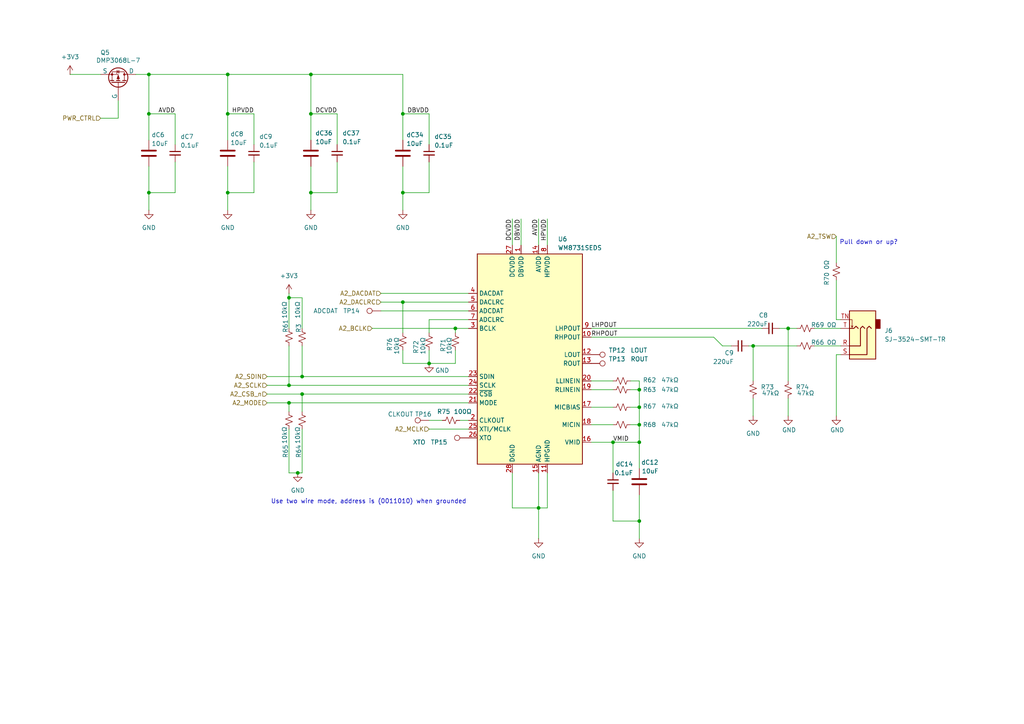
<source format=kicad_sch>
(kicad_sch (version 20250114) (generator "eeschema") (generator_version "9.0")
  (paper "A4")
  (lib_symbols
    (symbol "Audio:WM8731SEDS"
      (property "Reference" "U6" (at 8.128 41.148 0))
      (property "Value" "WM8731SEDS" (at 8.128 38.608 0))
      (symbol "WM8731SEDS_0_1"
        (rectangle (start -15.24 36.83) (end 15.24 -24.13) (stroke (width 0.254)) (fill (type background)))
      )
      (symbol "WM8731SEDS_1_1"
        (pin input line (at -17.78 25.4 0) (length 2.54) (name "DACDAT") (number "4"))
        (pin bidirectional line (at -17.78 22.86 0) (length 2.54) (name "DACLRC") (number "5"))
        (pin output line (at -17.78 20.32 0) (length 2.54) (name "ADCDAT") (number "6"))
        (pin bidirectional line (at -17.78 17.78 0) (length 2.54) (name "ADCLRC") (number "7"))
        (pin bidirectional line (at -17.78 15.24 0) (length 2.54) (name "BCLK") (number "3"))
        (pin bidirectional line (at -17.78 1.27 0) (length 2.54) (name "SDIN") (number "23"))
        (pin input line (at -17.78 -1.27 0) (length 2.54) (name "SCLK") (number "24"))
        (pin input line (at -17.78 -3.81 0) (length 2.54) (name "~{CSB}") (number "22"))
        (pin input line (at -17.78 -6.35 0) (length 2.54) (name "MODE") (number "21"))
        (pin output line (at -17.78 -11.43 0) (length 2.54) (name "CLKOUT") (number "2"))
        (pin input line (at -17.78 -13.97 0) (length 2.54) (name "XTI/MCLK") (number "25"))
        (pin output line (at -17.78 -16.51 0) (length 2.54) (name "XTO") (number "26"))
        (pin power_in line (at -5.08 39.37 270) (length 2.54) (name "DCVDD") (number "27"))
        (pin power_in line (at -5.08 -26.67 90) (length 2.54) (name "DGND") (number "28"))
        (pin power_in line (at -2.54 39.37 270) (length 2.54) (name "DBVDD") (number "1"))
        (pin power_in line (at 2.54 39.37 270) (length 2.54) (name "AVDD") (number "14"))
        (pin power_in line (at 2.54 -26.67 90) (length 2.54) (name "AGND") (number "15"))
        (pin power_in line (at 5.08 39.37 270) (length 2.54) (name "HPVDD") (number "8"))
        (pin power_in line (at 5.08 -26.67 90) (length 2.54) (name "HPGND") (number "11"))
        (pin output line (at 17.78 15.24 180) (length 2.54) (name "LHPOUT") (number "9"))
        (pin output line (at 17.78 12.7 180) (length 2.54) (name "RHPOUT") (number "10"))
        (pin output line (at 17.78 7.62 180) (length 2.54) (name "LOUT") (number "12"))
        (pin output line (at 17.78 5.08 180) (length 2.54) (name "ROUT") (number "13"))
        (pin input line (at 17.78 0 180) (length 2.54) (name "LLINEIN") (number "20"))
        (pin input line (at 17.78 -2.54 180) (length 2.54) (name "RLINEIN") (number "19"))
        (pin output line (at 17.78 -7.62 180) (length 2.54) (name "MICBIAS") (number "17"))
        (pin input line (at 17.78 -12.7 180) (length 2.54) (name "MICIN") (number "18"))
        (pin output line (at 17.78 -17.78 180) (length 2.54) (name "VMID") (number "16"))
      )
    )
    (symbol "Connector:TestPoint" (pin_numbers (hide yes)) (pin_names (offset 0.762) (hide yes))
      (property "Reference" "TP" (at 0 6.858 0))
      (property "Value" "TestPoint" (at 0 5.08 0))
      (symbol "TestPoint_0_1"
        (circle (center 0 3.302) (radius 0.762))
      )
      (symbol "TestPoint_1_1"
        (pin passive line (at 0 0 90) (length 2.54) (name "1") (number "1"))
      )
    )
    (symbol "Connector_Audio:AudioJack3_SwitchT"
      (property "Reference" "J" (at 0 8.89 0))
      (property "Value" "AudioJack3_SwitchT" (at 0 6.35 0))
      (symbol "AudioJack3_SwitchT_0_1"
        (rectangle (start -5.08 -5.08) (end -6.35 -7.62) (stroke (width 0.254)) (fill (type outline)))
        (polyline (pts (xy -1.905 -5.08) (xy -1.27 -5.715) (xy -0.635 -5.08) (xy -0.635 0) (xy 2.54 0)) (stroke (width 0.254)))
        (polyline (pts (xy 0 -5.08) (xy 0.635 -5.715) (xy 1.27 -5.08) (xy 2.54 -5.08)) (stroke (width 0.254)))
        (polyline (pts (xy 1.778 -5.334) (xy 2.032 -5.842)))
        (rectangle (start 2.54 3.81) (end -5.08 -10.16) (stroke (width 0.254)) (fill (type background)))
        (polyline (pts (xy 2.54 2.54) (xy -2.54 2.54) (xy -2.54 -5.08) (xy -3.175 -5.715) (xy -3.81 -5.08)) (stroke (width 0.254)))
        (polyline (pts (xy 2.54 -7.62) (xy 1.778 -7.62) (xy 1.778 -5.334) (xy 1.524 -5.842)))
      )
      (symbol "AudioJack3_SwitchT_1_1"
        (pin passive line (at 5.08 2.54 180) (length 2.54) (name "~") (number "S"))
        (pin passive line (at 5.08 0 180) (length 2.54) (name "~") (number "R"))
        (pin passive line (at 5.08 -5.08 180) (length 2.54) (name "~") (number "T"))
        (pin passive line (at 5.08 -7.62 180) (length 2.54) (name "~") (number "TN"))
      )
    )
    (symbol "Device:C" (pin_numbers (hide yes)) (pin_names (offset 0.254))
      (property "Reference" "C" (at 0.635 2.54 0))
      (property "Value" "C" (at 0.635 -2.54 0))
      (symbol "C_0_1"
        (polyline (pts (xy -2.032 0.762) (xy 2.032 0.762)) (stroke (width 0.508)))
        (polyline (pts (xy -2.032 -0.762) (xy 2.032 -0.762)) (stroke (width 0.508)))
      )
      (symbol "C_1_1"
        (pin passive line (at 0 3.81 270) (length 2.794) (name "~") (number "1"))
        (pin passive line (at 0 -3.81 90) (length 2.794) (name "~") (number "2"))
      )
    )
    (symbol "Device:C_Small" (pin_numbers (hide yes)) (pin_names (offset 0.254) (hide yes))
      (property "Reference" "C" (at 0.254 1.778 0))
      (property "Value" "C_Small" (at 0.254 -2.032 0))
      (symbol "C_Small_0_1"
        (polyline (pts (xy -1.524 0.508) (xy 1.524 0.508)) (stroke (width 0.3048)))
        (polyline (pts (xy -1.524 -0.508) (xy 1.524 -0.508)) (stroke (width 0.3302)))
      )
      (symbol "C_Small_1_1"
        (pin passive line (at 0 2.54 270) (length 2.032) (name "~") (number "1"))
        (pin passive line (at 0 -2.54 90) (length 2.032) (name "~") (number "2"))
      )
    )
    (symbol "Device:R_Small_US" (pin_numbers (hide yes)) (pin_names (offset 0.254) (hide yes))
      (property "Reference" "R" (at 0.762 0.508 0))
      (property "Value" "R_Small_US" (at 0.762 -1.016 0))
      (symbol "R_Small_US_1_1"
        (polyline (pts (xy 0 1.524) (xy 1.016 1.143) (xy 0 0.762) (xy -1.016 0.381) (xy 0 0)))
        (polyline (pts (xy 0 0) (xy 1.016 -0.381) (xy 0 -0.762) (xy -1.016 -1.143) (xy 0 -1.524)))
        (pin passive line (at 0 2.54 270) (length 1.016) (name "~") (number "1"))
        (pin passive line (at 0 -2.54 90) (length 1.016) (name "~") (number "2"))
      )
    )
    (symbol "Simulation_SPICE:PMOS" (pin_numbers (hide yes)) (pin_names (offset 0))
      (property "Reference" "Q" (at 5.08 1.27 0))
      (property "Value" "PMOS" (at 5.08 -1.27 0))
      (symbol "PMOS_0_1"
        (polyline (pts (xy 0.254 1.905) (xy 0.254 -1.905)) (stroke (width 0.254)))
        (polyline (pts (xy 0.254 0) (xy -2.54 0)))
        (polyline (pts (xy 0.762 2.286) (xy 0.762 1.27)) (stroke (width 0.254)))
        (polyline (pts (xy 0.762 1.778) (xy 3.302 1.778) (xy 3.302 -1.778) (xy 0.762 -1.778)))
        (polyline (pts (xy 0.762 0.508) (xy 0.762 -0.508)) (stroke (width 0.254)))
        (polyline (pts (xy 0.762 -1.27) (xy 0.762 -2.286)) (stroke (width 0.254)))
        (circle (center 1.651 0) (radius 2.794) (stroke (width 0.254)))
        (polyline (pts (xy 2.286 0) (xy 1.27 0.381) (xy 1.27 -0.381) (xy 2.286 0)) (fill (type outline)))
        (polyline (pts (xy 2.54 2.54) (xy 2.54 1.778)))
        (circle (center 2.54 1.778) (radius 0.254) (fill (type outline)))
        (circle (center 2.54 -1.778) (radius 0.254) (fill (type outline)))
        (polyline (pts (xy 2.54 -2.54) (xy 2.54 0) (xy 0.762 0)))
        (polyline (pts (xy 2.794 -0.508) (xy 2.921 -0.381) (xy 3.683 -0.381) (xy 3.81 -0.254)))
        (polyline (pts (xy 3.302 -0.381) (xy 2.921 0.254) (xy 3.683 0.254) (xy 3.302 -0.381)))
      )
      (symbol "PMOS_1_1"
        (pin input line (at -5.08 0 0) (length 2.54) (name "G") (number "2"))
        (pin passive line (at 2.54 5.08 270) (length 2.54) (name "D") (number "1"))
        (pin passive line (at 2.54 -5.08 90) (length 2.54) (name "S") (number "3"))
      )
    )
    (symbol "power:+3V3" (power) (pin_numbers (hide yes)) (pin_names (offset 0) (hide yes))
      (property "Value" "+3V3" (at 0 3.556 0))
      (symbol "+3V3_0_1"
        (polyline (pts (xy -0.762 1.27) (xy 0 2.54)))
        (polyline (pts (xy 0 2.54) (xy 0.762 1.27)))
        (polyline (pts (xy 0 0) (xy 0 2.54)))
      )
      (symbol "+3V3_1_1"
        (pin power_in line (at 0 0 90) (length 0) (name "~") (number "1"))
      )
    )
    (symbol "power:GND" (power) (pin_numbers (hide yes)) (pin_names (offset 0) (hide yes))
      (property "Value" "GND" (at 0 -3.81 0))
      (symbol "GND_0_1"
        (polyline (pts (xy 0 0) (xy 0 -1.27) (xy 1.27 -1.27) (xy 0 -2.54) (xy -1.27 -1.27) (xy 0 -1.27)))
      )
      (symbol "GND_1_1"
        (pin power_in line (at 0 0 270) (length 0) (name "~") (number "1"))
      )
    )
  )
  (text "Use two wire mode, address is (0011010) when grounded" (at 106.934 145.542 0) (effects (font (size 1.27 1.27))))
  (text "Pull down or up?" (at 251.968 70.358 0) (effects (font (size 1.27 1.27))))
  (junction (at 185.42 113.03))
  (junction (at 66.04 21.59))
  (junction (at 218.44 100.33))
  (junction (at 90.17 33.02))
  (junction (at 177.8 128.27))
  (junction (at 43.18 33.02))
  (junction (at 43.18 21.59))
  (junction (at 86.36 137.16))
  (junction (at 228.6 95.25))
  (junction (at 185.42 118.11))
  (junction (at 132.08 95.25))
  (junction (at 185.42 151.13))
  (junction (at 87.63 114.3))
  (junction (at 185.42 123.19))
  (junction (at 83.82 86.36))
  (junction (at 90.17 55.88))
  (junction (at 83.82 116.84))
  (junction (at 83.82 111.76))
  (junction (at 156.21 147.32))
  (junction (at 90.17 21.59))
  (junction (at 87.63 109.22))
  (junction (at 43.18 55.88))
  (junction (at 185.42 128.27))
  (junction (at 66.04 33.02))
  (junction (at 124.46 105.41))
  (junction (at 116.84 55.88))
  (junction (at 116.84 33.02))
  (junction (at 116.84 87.63))
  (junction (at 66.04 55.88))
  (wire (pts (xy 177.8 110.49) (xy 171.45 110.49)))
  (wire (pts (xy 177.8 113.03) (xy 171.45 113.03)))
  (wire (pts (xy 90.17 60.96) (xy 90.17 55.88)))
  (wire (pts (xy 171.45 95.25) (xy 220.98 95.25)))
  (wire (pts (xy 83.82 85.09) (xy 83.82 86.36)))
  (wire (pts (xy 151.13 71.12) (xy 151.13 63.5)))
  (wire (pts (xy 90.17 33.02) (xy 90.17 40.64)))
  (wire (pts (xy 132.08 95.25) (xy 132.08 96.52)))
  (wire (pts (xy 116.84 33.02) (xy 116.84 40.64)))
  (wire (pts (xy 97.79 46.99) (xy 97.79 55.88)))
  (wire (pts (xy 133.35 121.92) (xy 135.89 121.92)))
  (wire (pts (xy 124.46 92.71) (xy 124.46 96.52)))
  (wire (pts (xy 116.84 55.88) (xy 116.84 48.26)))
  (wire (pts (xy 132.08 95.25) (xy 135.89 95.25)))
  (wire (pts (xy 87.63 86.36) (xy 87.63 95.25)))
  (wire (pts (xy 87.63 114.3) (xy 87.63 119.38)))
  (wire (pts (xy 228.6 95.25) (xy 226.06 95.25)))
  (wire (pts (xy 156.21 71.12) (xy 156.21 63.5)))
  (wire (pts (xy 156.21 147.32) (xy 158.75 147.32)))
  (wire (pts (xy 83.82 100.33) (xy 83.82 111.76)))
  (wire (pts (xy 66.04 21.59) (xy 90.17 21.59)))
  (wire (pts (xy 83.82 111.76) (xy 135.89 111.76)))
  (wire (pts (xy 110.49 85.09) (xy 135.89 85.09)))
  (wire (pts (xy 218.44 100.33) (xy 231.14 100.33)))
  (wire (pts (xy 242.57 120.65) (xy 242.57 102.87)))
  (wire (pts (xy 116.84 87.63) (xy 116.84 96.52)))
  (wire (pts (xy 185.42 128.27) (xy 185.42 135.89)))
  (wire (pts (xy 182.88 110.49) (xy 185.42 110.49)))
  (wire (pts (xy 77.47 114.3) (xy 87.63 114.3)))
  (wire (pts (xy 177.8 118.11) (xy 171.45 118.11)))
  (wire (pts (xy 116.84 105.41) (xy 124.46 105.41)))
  (wire (pts (xy 43.18 33.02) (xy 50.8 33.02)))
  (wire (pts (xy 228.6 95.25) (xy 231.14 95.25)))
  (wire (pts (xy 185.42 156.21) (xy 185.42 151.13)))
  (wire (pts (xy 185.42 128.27) (xy 177.8 128.27)))
  (wire (pts (xy 177.8 128.27) (xy 177.8 137.16)))
  (wire (pts (xy 90.17 33.02) (xy 97.79 33.02)))
  (wire (pts (xy 83.82 86.36) (xy 87.63 86.36)))
  (wire (pts (xy 209.55 100.33) (xy 207.01 97.79)))
  (wire (pts (xy 185.42 151.13) (xy 185.42 143.51)))
  (wire (pts (xy 66.04 55.88) (xy 73.66 55.88)))
  (wire (pts (xy 132.08 101.6) (xy 132.08 105.41)))
  (wire (pts (xy 116.84 101.6) (xy 116.84 105.41)))
  (wire (pts (xy 182.88 118.11) (xy 185.42 118.11)))
  (wire (pts (xy 73.66 33.02) (xy 73.66 41.91)))
  (wire (pts (xy 185.42 151.13) (xy 177.8 151.13)))
  (wire (pts (xy 242.57 92.71) (xy 243.84 92.71)))
  (wire (pts (xy 218.44 120.65) (xy 218.44 115.57)))
  (wire (pts (xy 43.18 21.59) (xy 66.04 21.59)))
  (wire (pts (xy 185.42 110.49) (xy 185.42 113.03)))
  (wire (pts (xy 182.88 113.03) (xy 185.42 113.03)))
  (wire (pts (xy 77.47 109.22) (xy 87.63 109.22)))
  (wire (pts (xy 124.46 101.6) (xy 124.46 105.41)))
  (wire (pts (xy 116.84 21.59) (xy 116.84 33.02)))
  (wire (pts (xy 90.17 21.59) (xy 116.84 21.59)))
  (wire (pts (xy 156.21 156.21) (xy 156.21 147.32)))
  (wire (pts (xy 228.6 95.25) (xy 228.6 110.49)))
  (wire (pts (xy 107.95 95.25) (xy 132.08 95.25)))
  (wire (pts (xy 77.47 111.76) (xy 83.82 111.76)))
  (wire (pts (xy 43.18 60.96) (xy 43.18 55.88)))
  (wire (pts (xy 124.46 46.99) (xy 124.46 55.88)))
  (wire (pts (xy 124.46 121.92) (xy 128.27 121.92)))
  (wire (pts (xy 43.18 55.88) (xy 50.8 55.88)))
  (wire (pts (xy 73.66 46.99) (xy 73.66 55.88)))
  (wire (pts (xy 66.04 60.96) (xy 66.04 55.88)))
  (wire (pts (xy 171.45 97.79) (xy 207.01 97.79)))
  (wire (pts (xy 39.37 21.59) (xy 43.18 21.59)))
  (wire (pts (xy 124.46 92.71) (xy 135.89 92.71)))
  (wire (pts (xy 124.46 33.02) (xy 124.46 41.91)))
  (wire (pts (xy 148.59 71.12) (xy 148.59 63.5)))
  (wire (pts (xy 156.21 137.16) (xy 156.21 147.32)))
  (wire (pts (xy 66.04 21.59) (xy 66.04 33.02)))
  (wire (pts (xy 209.55 100.33) (xy 212.09 100.33)))
  (wire (pts (xy 90.17 21.59) (xy 90.17 33.02)))
  (wire (pts (xy 66.04 33.02) (xy 73.66 33.02)))
  (wire (pts (xy 83.82 137.16) (xy 86.36 137.16)))
  (wire (pts (xy 218.44 100.33) (xy 218.44 110.49)))
  (wire (pts (xy 66.04 33.02) (xy 66.04 40.64)))
  (wire (pts (xy 34.29 29.21) (xy 34.29 34.29)))
  (wire (pts (xy 124.46 124.46) (xy 135.89 124.46)))
  (wire (pts (xy 236.22 100.33) (xy 243.84 100.33)))
  (wire (pts (xy 90.17 55.88) (xy 90.17 48.26)))
  (wire (pts (xy 83.82 124.46) (xy 83.82 137.16)))
  (wire (pts (xy 20.32 21.59) (xy 29.21 21.59)))
  (wire (pts (xy 148.59 147.32) (xy 156.21 147.32)))
  (wire (pts (xy 158.75 137.16) (xy 158.75 147.32)))
  (wire (pts (xy 182.88 123.19) (xy 185.42 123.19)))
  (wire (pts (xy 110.49 87.63) (xy 116.84 87.63)))
  (wire (pts (xy 217.17 100.33) (xy 218.44 100.33)))
  (wire (pts (xy 66.04 55.88) (xy 66.04 48.26)))
  (wire (pts (xy 185.42 118.11) (xy 185.42 123.19)))
  (wire (pts (xy 86.36 137.16) (xy 87.63 137.16)))
  (wire (pts (xy 87.63 124.46) (xy 87.63 137.16)))
  (wire (pts (xy 116.84 55.88) (xy 124.46 55.88)))
  (wire (pts (xy 242.57 102.87) (xy 243.84 102.87)))
  (wire (pts (xy 110.49 90.17) (xy 135.89 90.17)))
  (wire (pts (xy 97.79 33.02) (xy 97.79 41.91)))
  (wire (pts (xy 43.18 33.02) (xy 43.18 40.64)))
  (wire (pts (xy 43.18 55.88) (xy 43.18 48.26)))
  (wire (pts (xy 87.63 109.22) (xy 135.89 109.22)))
  (wire (pts (xy 87.63 100.33) (xy 87.63 109.22)))
  (wire (pts (xy 50.8 46.99) (xy 50.8 55.88)))
  (wire (pts (xy 87.63 114.3) (xy 135.89 114.3)))
  (wire (pts (xy 228.6 120.65) (xy 228.6 115.57)))
  (wire (pts (xy 158.75 71.12) (xy 158.75 63.5)))
  (wire (pts (xy 177.8 123.19) (xy 171.45 123.19)))
  (wire (pts (xy 43.18 21.59) (xy 43.18 33.02)))
  (wire (pts (xy 116.84 60.96) (xy 116.84 55.88)))
  (wire (pts (xy 83.82 116.84) (xy 135.89 116.84)))
  (wire (pts (xy 83.82 86.36) (xy 83.82 95.25)))
  (wire (pts (xy 177.8 142.24) (xy 177.8 151.13)))
  (wire (pts (xy 50.8 33.02) (xy 50.8 41.91)))
  (wire (pts (xy 29.21 34.29) (xy 34.29 34.29)))
  (wire (pts (xy 242.57 81.28) (xy 242.57 92.71)))
  (wire (pts (xy 242.57 68.58) (xy 242.57 76.2)))
  (wire (pts (xy 77.47 116.84) (xy 83.82 116.84)))
  (wire (pts (xy 236.22 95.25) (xy 243.84 95.25)))
  (wire (pts (xy 185.42 123.19) (xy 185.42 128.27)))
  (wire (pts (xy 185.42 113.03) (xy 185.42 118.11)))
  (wire (pts (xy 124.46 105.41) (xy 132.08 105.41)))
  (wire (pts (xy 148.59 137.16) (xy 148.59 147.32)))
  (wire (pts (xy 116.84 87.63) (xy 135.89 87.63)))
  (wire (pts (xy 171.45 128.27) (xy 177.8 128.27)))
  (wire (pts (xy 116.84 33.02) (xy 124.46 33.02)))
  (wire (pts (xy 83.82 116.84) (xy 83.82 119.38)))
  (wire (pts (xy 90.17 55.88) (xy 97.79 55.88)))
  (label "DBVDD" (at 124.46 33.02 180))
  (label "DCVDD" (at 97.79 33.02 180))
  (label "DBVDD" (at 151.13 63.5 270))
  (label "AVDD" (at 50.8 33.02 180))
  (label "VMID" (at 177.8 128.27 0))
  (label "DCVDD" (at 148.59 63.5 270))
  (label "HPVDD" (at 73.66 33.02 180))
  (label "LHPOUT" (at 171.45 95.25 0))
  (label "RHPOUT" (at 171.45 97.79 0))
  (label "HPVDD" (at 158.75 63.5 270))
  (label "AVDD" (at 156.21 63.5 270))
  (hierarchical_label "A2_SDIN" (shape input) (at 77.47 109.22 180))
  (hierarchical_label "A2_MCLK" (shape input) (at 124.46 124.46 180))
  (hierarchical_label "A2_DACLRC" (shape input) (at 110.49 87.63 180))
  (hierarchical_label "A2_BCLK" (shape input) (at 107.95 95.25 180))
  (hierarchical_label "A2_DACDAT" (shape input) (at 110.49 85.09 180))
  (hierarchical_label "A2_MODE" (shape input) (at 77.47 116.84 180))
  (hierarchical_label "A2_CSB_n" (shape input) (at 77.47 114.3 180))
  (hierarchical_label "A2_TSW" (shape input) (at 242.57 68.58 180))
  (hierarchical_label "A2_SCLK" (shape input) (at 77.47 111.76 180))
  (hierarchical_label "PWR_CTRL" (shape input) (at 29.21 34.29 180))
  (symbol (lib_id "Device:R_Small_US") (at 233.68 100.33 90) (unit 1)
    (property "Reference" "R66" (at 235.204 99.314 90) (effects (justify right)))
    (property "Value" "0Ω" (at 239.776 99.314 90) (effects (justify right)))
    (property "Footprint" "Resistor_SMD:R_0805_2012Metric" (effects (hide yes)))
    (property "Description" "Resistor, small US symbol" (effects (hide yes)))
  )
  (symbol (lib_id "power:GND") (at 156.21 156.21 0) (unit 1)
    (property "Reference" "#PWR087" (effects (hide yes)))
    (property "Value" "GND" (at 156.21 161.29 0))
    (property "Description" "Power symbol creates a global label with name \"GND\" , ground" (effects (hide yes)))
  )
  (symbol (lib_id "Device:R_Small_US") (at 180.34 113.03 270) (unit 1)
    (property "Reference" "R63" (at 186.436 113.03 90) (effects (justify left)))
    (property "Value" "47kΩ" (at 191.77 113.03 90) (effects (justify left)))
    (property "Footprint" "Resistor_SMD:R_0805_2012Metric" (effects (hide yes)))
    (property "Description" "Resistor, small US symbol" (effects (hide yes)))
  )
  (symbol (lib_id "Connector_Audio:AudioJack3_SwitchT") (at 248.92 100.33 180) (unit 1)
    (property "Reference" "J6" (at 256.54 95.8849 0) (effects (justify right)))
    (property "Value" "SJ-3524-SMT-TR" (at 256.54 98.4249 0) (effects (justify right)))
    (property "Footprint" "Footprints:CUI_SJ-3524-SMT" (effects (hide yes)))
    (property "Datasheet" "https://www.sameskydevices.com/product/resource/sj-352x-smt.pdf" (effects (hide yes)))
    (property "Description" "Audio Jack, 3 Poles (Stereo / TRS), Switched T Pole (Normalling)" (effects (hide yes)))
  )
  (symbol (lib_id "Device:C_Small") (at 50.8 44.45 0) (unit 1)
    (property "Reference" "dC7" (at 52.324 39.624 0) (effects (justify left)))
    (property "Value" "0.1uF" (at 52.324 42.164 0) (effects (justify left)))
    (property "Footprint" "Capacitor_SMD:C_0603_1608Metric_Pad1.08x0.95mm_HandSolder" (effects (hide yes)))
    (property "Description" "Unpolarized capacitor, small symbol" (effects (hide yes)))
  )
  (symbol (lib_id "Device:C") (at 66.04 44.45 0) (unit 1)
    (property "Reference" "dC8" (at 66.802 38.862 0) (effects (justify left)))
    (property "Value" "10uF" (at 66.802 41.402 0) (effects (justify left)))
    (property "Footprint" "Capacitor_SMD:C_0603_1608Metric_Pad1.08x0.95mm_HandSolder" (effects (hide yes)))
    (property "Description" "Unpolarized capacitor" (effects (hide yes)))
  )
  (symbol (lib_id "Connector:TestPoint") (at 171.45 105.41 270) (unit 1)
    (property "Reference" "TP13" (at 176.53 104.1399 90) (effects (justify left)))
    (property "Value" "ROUT" (at 182.88 104.14 90) (effects (justify left)))
    (property "Description" "test point" (effects (hide yes)))
  )
  (symbol (lib_id "Device:R_Small_US") (at 130.81 121.92 270) (unit 1)
    (property "Reference" "R75" (at 126.746 119.38 90) (effects (justify left)))
    (property "Value" "100Ω" (at 131.572 119.38 90) (effects (justify left)))
    (property "Footprint" "Resistor_SMD:R_0805_2012Metric" (effects (hide yes)))
    (property "Description" "Resistor, small US symbol" (effects (hide yes)))
  )
  (symbol (lib_id "Device:C_Small") (at 177.8 139.7 0) (mirror y) (unit 1)
    (property "Reference" "dC14" (at 183.642 134.62 0) (effects (justify left)))
    (property "Value" "0.1uF" (at 183.642 137.16 0) (effects (justify left)))
    (property "Footprint" "Capacitor_SMD:C_0603_1608Metric_Pad1.08x0.95mm_HandSolder" (effects (hide yes)))
    (property "Description" "Unpolarized capacitor, small symbol" (effects (hide yes)))
  )
  (symbol (lib_id "power:+3V3") (at 83.82 85.09 0) (unit 1)
    (property "Reference" "#PWR088" (effects (hide yes)))
    (property "Value" "+3V3" (at 83.82 80.01 0))
    (property "Description" "Power symbol creates a global label with name \"+3V3\"" (effects (hide yes)))
  )
  (symbol (lib_id "Device:R_Small_US") (at 83.82 121.92 0) (unit 1)
    (property "Reference" "R65" (at 82.804 132.842 90) (effects (justify left)))
    (property "Value" "10kΩ" (at 82.55 128.778 90) (effects (justify left)))
    (property "Footprint" "Resistor_SMD:R_0805_2012Metric" (effects (hide yes)))
    (property "Description" "Resistor, small US symbol" (effects (hide yes)))
  )
  (symbol (lib_id "Connector:TestPoint") (at 135.89 127 90) (unit 1)
    (property "Reference" "TP15" (at 129.794 128.27 90) (effects (justify left)))
    (property "Value" "XTO" (at 123.444 128.2699 90) (effects (justify left)))
    (property "Description" "test point" (effects (hide yes)))
  )
  (symbol (lib_id "Device:R_Small_US") (at 242.57 78.74 180) (unit 1)
    (property "Reference" "R70" (at 239.776 82.804 90) (effects (justify right)))
    (property "Value" "0Ω" (at 239.776 78.232 90) (effects (justify right)))
    (property "Footprint" "Resistor_SMD:R_0805_2012Metric" (effects (hide yes)))
    (property "Description" "Resistor, small US symbol" (effects (hide yes)))
  )
  (symbol (lib_id "Device:R_Small_US") (at 116.84 99.06 0) (unit 1)
    (property "Reference" "R76" (at 113.03 101.854 90) (effects (justify left)))
    (property "Value" "10kΩ" (at 115.062 102.87 90) (effects (justify left)))
    (property "Footprint" "Resistor_SMD:R_0805_2012Metric" (effects (hide yes)))
    (property "Description" "Resistor, small US symbol" (effects (hide yes)))
  )
  (symbol (lib_id "Device:C_Small") (at 223.52 95.25 90) (mirror x) (unit 1)
    (property "Reference" "C8" (at 222.758 91.44 90) (effects (justify left)))
    (property "Value" "220uF" (at 222.758 93.98 90) (effects (justify left)))
    (property "Footprint" "Capacitor_SMD:C_0603_1608Metric_Pad1.08x0.95mm_HandSolder" (effects (hide yes)))
    (property "Description" "Unpolarized capacitor, small symbol" (effects (hide yes)))
  )
  (symbol (lib_id "power:GND") (at 124.46 105.41 0) (unit 1)
    (property "Reference" "#PWR094" (effects (hide yes)))
    (property "Value" "GND" (at 128.27 107.442 0))
    (property "Description" "Power symbol creates a global label with name \"GND\" , ground" (effects (hide yes)))
  )
  (symbol (lib_id "Device:R_Small_US") (at 180.34 123.19 270) (unit 1)
    (property "Reference" "R68" (at 186.436 123.19 90) (effects (justify left)))
    (property "Value" "47kΩ" (at 191.77 123.19 90) (effects (justify left)))
    (property "Footprint" "Resistor_SMD:R_0805_2012Metric" (effects (hide yes)))
    (property "Description" "Resistor, small US symbol" (effects (hide yes)))
  )
  (symbol (lib_id "power:GND") (at 185.42 156.21 0) (mirror y) (unit 1)
    (property "Reference" "#PWR0102" (effects (hide yes)))
    (property "Value" "GND" (at 185.42 161.29 0))
    (property "Description" "Power symbol creates a global label with name \"GND\" , ground" (effects (hide yes)))
  )
  (symbol (lib_id "Device:R_Small_US") (at 233.68 95.25 90) (unit 1)
    (property "Reference" "R69" (at 235.204 94.234 90) (effects (justify right)))
    (property "Value" "0Ω" (at 239.776 94.234 90) (effects (justify right)))
    (property "Footprint" "Resistor_SMD:R_0805_2012Metric" (effects (hide yes)))
    (property "Description" "Resistor, small US symbol" (effects (hide yes)))
  )
  (symbol (lib_id "Connector:TestPoint") (at 171.45 102.87 270) (unit 1)
    (property "Reference" "TP12" (at 176.53 101.5999 90) (effects (justify left)))
    (property "Value" "LOUT" (at 182.88 101.6 90) (effects (justify left)))
    (property "Description" "test point" (effects (hide yes)))
  )
  (symbol (lib_id "power:GND") (at 242.57 120.65 0) (mirror y) (unit 1)
    (property "Reference" "#PWR086" (effects (hide yes)))
    (property "Value" "GND" (at 242.824 124.714 0))
    (property "Description" "Power symbol creates a global label with name \"GND\" , ground" (effects (hide yes)))
  )
  (symbol (lib_id "Device:R_Small_US") (at 180.34 118.11 270) (unit 1)
    (property "Reference" "R67" (at 186.436 117.856 90) (effects (justify left)))
    (property "Value" "47kΩ" (at 191.77 117.856 90) (effects (justify left)))
    (property "Footprint" "Resistor_SMD:R_0805_2012Metric" (effects (hide yes)))
    (property "Description" "Resistor, small US symbol" (effects (hide yes)))
  )
  (symbol (lib_id "Device:R_Small_US") (at 83.82 97.79 0) (unit 1)
    (property "Reference" "R61" (at 82.804 96.52 90) (effects (justify left)))
    (property "Value" "10kΩ" (at 82.55 92.456 90) (effects (justify left)))
    (property "Footprint" "Resistor_SMD:R_0805_2012Metric" (effects (hide yes)))
    (property "Description" "Resistor, small US symbol" (effects (hide yes)))
  )
  (symbol (lib_id "power:GND") (at 86.36 137.16 0) (unit 1)
    (property "Reference" "#PWR089" (effects (hide yes)))
    (property "Value" "GND" (at 86.36 142.24 0))
    (property "Description" "Power symbol creates a global label with name \"GND\" , ground" (effects (hide yes)))
  )
  (symbol (lib_id "Device:C") (at 43.18 44.45 0) (unit 1)
    (property "Reference" "dC6" (at 43.942 39.116 0) (effects (justify left)))
    (property "Value" "10uF" (at 43.942 41.656 0) (effects (justify left)))
    (property "Footprint" "Capacitor_SMD:C_0603_1608Metric_Pad1.08x0.95mm_HandSolder" (effects (hide yes)))
    (property "Description" "Unpolarized capacitor" (effects (hide yes)))
  )
  (symbol (lib_id "power:GND") (at 66.04 60.96 0) (unit 1)
    (property "Reference" "#PWR093" (effects (hide yes)))
    (property "Value" "GND" (at 66.04 66.04 0))
    (property "Description" "Power symbol creates a global label with name \"GND\" , ground" (effects (hide yes)))
  )
  (symbol (lib_id "Simulation_SPICE:PMOS") (at 34.29 24.13 270) (mirror x) (unit 1)
    (property "Reference" "Q5" (at 30.48 15.24 90))
    (property "Value" "DMP3068L-7" (at 34.29 17.526 90))
    (property "Footprint" "Package_TO_SOT_SMD:SOT-23-3" (effects (hide yes)))
    (property "Datasheet" "https://www.diodes.com/assets/Datasheets/DMP3068L.pdf" (effects (hide yes)))
    (property "Description" "P-MOSFET transistor, drain/source/gate" (effects (hide yes)))
    (property "Sim.Device" "PMOS" (effects (hide yes)))
    (property "Sim.Type" "VDMOS" (effects (hide yes)))
    (property "Sim.Pins" "1=D 2=G 3=S" (effects (hide yes)))
  )
  (symbol (lib_id "power:GND") (at 43.18 60.96 0) (unit 1)
    (property "Reference" "#PWR092" (effects (hide yes)))
    (property "Value" "GND" (at 43.18 66.04 0))
    (property "Description" "Power symbol creates a global label with name \"GND\" , ground" (effects (hide yes)))
  )
  (symbol (lib_id "Device:R_Small_US") (at 124.46 99.06 0) (unit 1)
    (property "Reference" "R72" (at 120.65 102.616 90) (effects (justify left)))
    (property "Value" "10kΩ" (at 122.682 102.87 90) (effects (justify left)))
    (property "Footprint" "Resistor_SMD:R_0805_2012Metric" (effects (hide yes)))
    (property "Description" "Resistor, small US symbol" (effects (hide yes)))
  )
  (symbol (lib_id "Connector:TestPoint") (at 124.46 121.92 90) (unit 1)
    (property "Reference" "TP16" (at 125.222 120.142 90) (effects (justify left)))
    (property "Value" "CLKOUT" (at 119.888 120.142 90) (effects (justify left)))
    (property "Description" "test point" (effects (hide yes)))
  )
  (symbol (lib_id "power:GND") (at 218.44 120.65 0) (mirror y) (unit 1)
    (property "Reference" "#PWR0100" (effects (hide yes)))
    (property "Value" "GND" (at 218.44 125.73 0))
    (property "Description" "Power symbol creates a global label with name \"GND\" , ground" (effects (hide yes)))
  )
  (symbol (lib_id "Device:C_Small") (at 73.66 44.45 0) (unit 1)
    (property "Reference" "dC9" (at 75.184 39.624 0) (effects (justify left)))
    (property "Value" "0.1uF" (at 75.184 42.164 0) (effects (justify left)))
    (property "Footprint" "Capacitor_SMD:C_0603_1608Metric_Pad1.08x0.95mm_HandSolder" (effects (hide yes)))
    (property "Description" "Unpolarized capacitor, small symbol" (effects (hide yes)))
  )
  (symbol (lib_id "Device:R_Small_US") (at 87.63 97.79 0) (unit 1)
    (property "Reference" "R3" (at 86.614 96.52 90) (effects (justify left)))
    (property "Value" "10kΩ" (at 86.36 92.456 90) (effects (justify left)))
    (property "Footprint" "Resistor_SMD:R_0805_2012Metric" (effects (hide yes)))
    (property "Description" "Resistor, small US symbol" (effects (hide yes)))
  )
  (symbol (lib_id "Device:C") (at 90.17 44.45 0) (unit 1)
    (property "Reference" "dC36" (at 91.44 38.608 0) (effects (justify left)))
    (property "Value" "10uF" (at 91.44 41.148 0) (effects (justify left)))
    (property "Footprint" "Capacitor_SMD:C_0603_1608Metric_Pad1.08x0.95mm_HandSolder" (effects (hide yes)))
    (property "Description" "Unpolarized capacitor" (effects (hide yes)))
  )
  (symbol (lib_id "Device:C") (at 185.42 139.7 0) (mirror y) (unit 1)
    (property "Reference" "dC12" (at 191.008 134.112 0) (effects (justify left)))
    (property "Value" "10uF" (at 191.008 136.652 0) (effects (justify left)))
    (property "Footprint" "Capacitor_SMD:C_0603_1608Metric_Pad1.08x0.95mm_HandSolder" (effects (hide yes)))
    (property "Description" "Unpolarized capacitor" (effects (hide yes)))
  )
  (symbol (lib_id "Connector:TestPoint") (at 110.49 90.17 90) (unit 1)
    (property "Reference" "TP14" (at 104.394 90.17 90) (effects (justify left)))
    (property "Value" "ADCDAT" (at 98.044 90.1699 90) (effects (justify left)))
    (property "Description" "test point" (effects (hide yes)))
  )
  (symbol (lib_id "Device:R_Small_US") (at 228.6 113.03 0) (mirror y) (unit 1)
    (property "Reference" "R74" (at 234.696 112.268 0) (effects (justify left)))
    (property "Value" "47kΩ" (at 236.22 114.046 0) (effects (justify left)))
    (property "Footprint" "Resistor_SMD:R_0805_2012Metric" (effects (hide yes)))
    (property "Description" "Resistor, small US symbol" (effects (hide yes)))
  )
  (symbol (lib_id "Device:C_Small") (at 97.79 44.45 0) (unit 1)
    (property "Reference" "dC37" (at 99.314 38.608 0) (effects (justify left)))
    (property "Value" "0.1uF" (at 99.314 41.148 0) (effects (justify left)))
    (property "Footprint" "Capacitor_SMD:C_0603_1608Metric_Pad1.08x0.95mm_HandSolder" (effects (hide yes)))
    (property "Description" "Unpolarized capacitor, small symbol" (effects (hide yes)))
  )
  (symbol (lib_id "Device:R_Small_US") (at 218.44 113.03 0) (mirror y) (unit 1)
    (property "Reference" "R73" (at 224.536 112.268 0) (effects (justify left)))
    (property "Value" "47kΩ" (at 226.06 114.046 0) (effects (justify left)))
    (property "Footprint" "Resistor_SMD:R_0805_2012Metric" (effects (hide yes)))
    (property "Description" "Resistor, small US symbol" (effects (hide yes)))
  )
  (symbol (lib_id "power:GND") (at 228.6 120.65 0) (mirror y) (unit 1)
    (property "Reference" "#PWR097" (effects (hide yes)))
    (property "Value" "GND" (at 228.854 124.714 0))
    (property "Description" "Power symbol creates a global label with name \"GND\" , ground" (effects (hide yes)))
  )
  (symbol (lib_id "Audio:WM8731SEDS") (at 153.67 110.49 0) (unit 1)
    (property "Reference" "U6" (at 161.798 69.342 0) (effects (justify left)))
    (property "Value" "WM8731SEDS" (at 161.798 71.882 0) (effects (justify left)))
    (property "Footprint" "Package_SO:SSOP-28_5.3x10.2mm_P0.65mm" (effects (hide yes)))
    (property "Datasheet" "https://cdn.sparkfun.com/datasheets/Dev/Arduino/Shields/WolfsonWM8731.pdf" (effects (hide yes)))
    (property "Description" "Portable Internet Audio CODEC with Headphone Driver and Programmable Sample Rates, SSOP-28" (effects (hide yes)))
  )
  (symbol (lib_id "Device:R_Small_US") (at 132.08 99.06 0) (unit 1)
    (property "Reference" "R71" (at 128.524 102.108 90) (effects (justify left)))
    (property "Value" "10kΩ" (at 130.302 102.87 90) (effects (justify left)))
    (property "Footprint" "Resistor_SMD:R_0805_2012Metric" (effects (hide yes)))
    (property "Description" "Resistor, small US symbol" (effects (hide yes)))
  )
  (symbol (lib_id "Device:R_Small_US") (at 180.34 110.49 270) (unit 1)
    (property "Reference" "R62" (at 186.436 110.236 90) (effects (justify left)))
    (property "Value" "47kΩ" (at 191.77 110.236 90) (effects (justify left)))
    (property "Footprint" "Resistor_SMD:R_0805_2012Metric" (effects (hide yes)))
    (property "Description" "Resistor, small US symbol" (effects (hide yes)))
  )
  (symbol (lib_id "Device:C_Small") (at 214.63 100.33 90) (mirror x) (unit 1)
    (property "Reference" "C9" (at 212.852 102.362 90) (effects (justify left)))
    (property "Value" "220uF" (at 212.852 104.902 90) (effects (justify left)))
    (property "Footprint" "Capacitor_SMD:C_0603_1608Metric_Pad1.08x0.95mm_HandSolder" (effects (hide yes)))
    (property "Description" "Unpolarized capacitor, small symbol" (effects (hide yes)))
  )
  (symbol (lib_id "power:GND") (at 90.17 60.96 0) (unit 1)
    (property "Reference" "#PWR085" (effects (hide yes)))
    (property "Value" "GND" (at 90.17 66.04 0))
    (property "Description" "Power symbol creates a global label with name \"GND\" , ground" (effects (hide yes)))
  )
  (symbol (lib_id "Device:C_Small") (at 124.46 44.45 0) (unit 1)
    (property "Reference" "dC35" (at 125.984 39.624 0) (effects (justify left)))
    (property "Value" "0.1uF" (at 125.984 42.164 0) (effects (justify left)))
    (property "Footprint" "Capacitor_SMD:C_0603_1608Metric_Pad1.08x0.95mm_HandSolder" (effects (hide yes)))
    (property "Description" "Unpolarized capacitor, small symbol" (effects (hide yes)))
  )
  (symbol (lib_id "Device:R_Small_US") (at 87.63 121.92 0) (unit 1)
    (property "Reference" "R64" (at 86.614 132.842 90) (effects (justify left)))
    (property "Value" "10kΩ" (at 86.36 128.778 90) (effects (justify left)))
    (property "Footprint" "Resistor_SMD:R_0805_2012Metric" (effects (hide yes)))
    (property "Description" "Resistor, small US symbol" (effects (hide yes)))
  )
  (symbol (lib_id "power:+3V3") (at 20.32 21.59 0) (unit 1)
    (property "Reference" "#PWR095" (effects (hide yes)))
    (property "Value" "+3V3" (at 20.32 16.51 0))
    (property "Description" "Power symbol creates a global label with name \"+3V3\"" (effects (hide yes)))
  )
  (symbol (lib_id "power:GND") (at 116.84 60.96 0) (unit 1)
    (property "Reference" "#PWR045" (effects (hide yes)))
    (property "Value" "GND" (at 116.84 66.04 0))
    (property "Description" "Power symbol creates a global label with name \"GND\" , ground" (effects (hide yes)))
  )
  (symbol (lib_id "Device:C") (at 116.84 44.45 0) (unit 1)
    (property "Reference" "dC34" (at 117.856 39.116 0) (effects (justify left)))
    (property "Value" "10uF" (at 117.856 41.656 0) (effects (justify left)))
    (property "Footprint" "Capacitor_SMD:C_0603_1608Metric_Pad1.08x0.95mm_HandSolder" (effects (hide yes)))
    (property "Description" "Unpolarized capacitor" (effects (hide yes)))
  )
)
</source>
